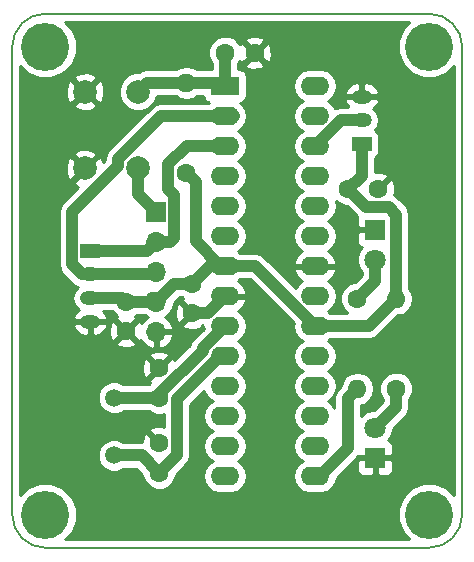
<source format=gbl>
G04 #@! TF.FileFunction,Copper,L2,Bot,Signal*
%FSLAX46Y46*%
G04 Gerber Fmt 4.6, Leading zero omitted, Abs format (unit mm)*
G04 Created by KiCad (PCBNEW 4.0.1-stable) date 2018/11/19 16:45:00*
%MOMM*%
G01*
G04 APERTURE LIST*
%ADD10C,0.100000*%
%ADD11C,0.150000*%
%ADD12C,4.064000*%
%ADD13C,1.600000*%
%ADD14R,1.800000X1.800000*%
%ADD15C,1.800000*%
%ADD16R,2.400000X1.600000*%
%ADD17O,2.400000X1.600000*%
%ADD18R,1.700000X1.200000*%
%ADD19O,1.700000X1.200000*%
%ADD20R,1.700000X1.700000*%
%ADD21O,1.700000X1.700000*%
%ADD22O,1.600000X1.600000*%
%ADD23C,2.000000*%
%ADD24C,1.500000*%
%ADD25C,1.000000*%
%ADD26C,0.254000*%
G04 APERTURE END LIST*
D10*
D11*
X138938000Y-151384000D02*
X138938000Y-111760000D01*
X174244000Y-154178000D02*
X141732000Y-154178000D01*
X177038000Y-111760000D02*
X177038000Y-151384000D01*
X141732000Y-108966000D02*
X174244000Y-108966000D01*
X174244000Y-154178000D02*
G75*
G03X177038000Y-151384000I0J2794000D01*
G01*
X138938000Y-151384000D02*
G75*
G03X141732000Y-154178000I2794000J0D01*
G01*
X177038000Y-111760000D02*
G75*
G03X174244000Y-108966000I-2794000J0D01*
G01*
X141732000Y-108966000D02*
G75*
G03X138938000Y-111760000I0J-2794000D01*
G01*
D12*
X141732000Y-151384000D03*
X174244000Y-151384000D03*
X174244000Y-111760000D03*
D13*
X167411400Y-123825000D03*
X169911400Y-123825000D03*
X151384000Y-141478000D03*
X151384000Y-138978000D03*
X151384000Y-147828000D03*
X151384000Y-145328000D03*
X148590000Y-133350000D03*
X148590000Y-135850000D03*
X154178000Y-131826000D03*
X154178000Y-134326000D03*
X156972000Y-112268000D03*
X159472000Y-112268000D03*
D14*
X169672000Y-127254000D03*
D15*
X169672000Y-129794000D03*
D14*
X169672000Y-146558000D03*
D15*
X169672000Y-144018000D03*
D16*
X156960524Y-115088000D03*
D17*
X164580524Y-148108000D03*
X156960524Y-117628000D03*
X164580524Y-145568000D03*
X156960524Y-120168000D03*
X164580524Y-143028000D03*
X156960524Y-122708000D03*
X164580524Y-140488000D03*
X156960524Y-125248000D03*
X164580524Y-137948000D03*
X156960524Y-127788000D03*
X164580524Y-135408000D03*
X156960524Y-130328000D03*
X164580524Y-132868000D03*
X156960524Y-132868000D03*
X164580524Y-130328000D03*
X156960524Y-135408000D03*
X164580524Y-127788000D03*
X156960524Y-137948000D03*
X164580524Y-125248000D03*
X156960524Y-140488000D03*
X164580524Y-122708000D03*
X156960524Y-143028000D03*
X164580524Y-120168000D03*
X156960524Y-145568000D03*
X164580524Y-117628000D03*
X156960524Y-148108000D03*
X164580524Y-115088000D03*
D18*
X145542000Y-129032000D03*
D19*
X145542000Y-131032000D03*
X145542000Y-133032000D03*
X145542000Y-135032000D03*
D20*
X151130000Y-125730000D03*
D21*
X151130000Y-128270000D03*
X151130000Y-130810000D03*
X151130000Y-133350000D03*
X151130000Y-135890000D03*
D18*
X168529000Y-119989600D03*
D19*
X168529000Y-117989600D03*
X168529000Y-115989600D03*
D13*
X168148000Y-133096000D03*
D22*
X168148000Y-140716000D03*
D13*
X153670000Y-122428000D03*
D22*
X153670000Y-114808000D03*
D13*
X171450000Y-140716000D03*
D22*
X171450000Y-133096000D03*
D23*
X145106000Y-115570000D03*
X149606000Y-115570000D03*
X145106000Y-122070000D03*
X149606000Y-122070000D03*
D24*
X147574000Y-141478000D03*
X147574000Y-146358000D03*
D12*
X141732000Y-111760000D03*
D25*
X171450000Y-133096000D02*
X171450000Y-125971998D01*
X171450000Y-125971998D02*
X170803003Y-125325001D01*
X170803003Y-125325001D02*
X168911401Y-125325001D01*
X168911401Y-125325001D02*
X168211399Y-124624999D01*
X168211399Y-124624999D02*
X167411400Y-123825000D01*
X171450000Y-133096000D02*
X169138000Y-135408000D01*
X169138000Y-135408000D02*
X164580524Y-135408000D01*
X164980524Y-135408000D02*
X164580524Y-135408000D01*
X168529000Y-119989600D02*
X168529000Y-122707400D01*
X168529000Y-122707400D02*
X167411400Y-123825000D01*
X145542000Y-133032000D02*
X145292000Y-133032000D01*
X154178000Y-131826000D02*
X152654000Y-131826000D01*
X152654000Y-131826000D02*
X151130000Y-133350000D01*
X156960524Y-130328000D02*
X155676000Y-130328000D01*
X155676000Y-130328000D02*
X154178000Y-131826000D01*
X148590000Y-133350000D02*
X151130000Y-133350000D01*
X145542000Y-133032000D02*
X148272000Y-133032000D01*
X148272000Y-133032000D02*
X148590000Y-133350000D01*
X154469999Y-128237475D02*
X156560524Y-130328000D01*
X156560524Y-130328000D02*
X156960524Y-130328000D01*
X156960524Y-130328000D02*
X157360524Y-130328000D01*
X164566000Y-135408000D02*
X164580524Y-135408000D01*
X156960524Y-130328000D02*
X159500524Y-130328000D01*
X159500524Y-130328000D02*
X164580524Y-135408000D01*
X150812000Y-133032000D02*
X151130000Y-133350000D01*
X156960524Y-130328000D02*
X156960524Y-130309334D01*
X164180524Y-135408000D02*
X164580524Y-135408000D01*
X168779000Y-119989600D02*
X168529000Y-119989600D01*
X154469999Y-123227999D02*
X154469999Y-128237475D01*
X153670000Y-122428000D02*
X154469999Y-123227999D01*
X154178000Y-134326000D02*
X155502524Y-134326000D01*
X155502524Y-134326000D02*
X156960524Y-132868000D01*
X147574000Y-141478000D02*
X151384000Y-141478000D01*
X151384000Y-141478000D02*
X151384000Y-141198002D01*
X151384000Y-141198002D02*
X155060514Y-137521488D01*
X155060514Y-137521488D02*
X155060514Y-137308010D01*
X155060514Y-137308010D02*
X156960524Y-135408000D01*
X156960524Y-135408000D02*
X156960524Y-135426666D01*
X156560524Y-135408000D02*
X156960524Y-135408000D01*
X147574000Y-146358000D02*
X149914000Y-146358000D01*
X149914000Y-146358000D02*
X151384000Y-147828000D01*
X151384000Y-147828000D02*
X152884001Y-146327999D01*
X152884001Y-146327999D02*
X152884001Y-141624523D01*
X152884001Y-141624523D02*
X156560524Y-137948000D01*
X156560524Y-137948000D02*
X156960524Y-137948000D01*
X156960524Y-137948000D02*
X156960524Y-137966666D01*
X156960524Y-137948000D02*
X157360524Y-137948000D01*
X156972000Y-112268000D02*
X156972000Y-115076524D01*
X156972000Y-115076524D02*
X156960524Y-115088000D01*
X156960524Y-115088000D02*
X156960524Y-114819476D01*
X156960524Y-115088000D02*
X156960524Y-115073476D01*
X156703476Y-112268000D02*
X156972000Y-112268000D01*
X149606000Y-122070000D02*
X149606000Y-124206000D01*
X149606000Y-124206000D02*
X151130000Y-125730000D01*
X150368000Y-114808000D02*
X149606000Y-115570000D01*
X156680524Y-114808000D02*
X156960524Y-115088000D01*
X156934524Y-115062000D02*
X156960524Y-115088000D01*
X153670000Y-114808000D02*
X150368000Y-114808000D01*
X153670000Y-114808000D02*
X156680524Y-114808000D01*
X169672000Y-129794000D02*
X169672000Y-131572000D01*
X169672000Y-131572000D02*
X168148000Y-133096000D01*
X145542000Y-131032000D02*
X144831998Y-131032000D01*
X143991999Y-130192001D02*
X143991999Y-125756001D01*
X144831998Y-131032000D02*
X143991999Y-130192001D01*
X143991999Y-125756001D02*
X147905999Y-121842001D01*
X151531998Y-117628000D02*
X154760524Y-117628000D01*
X147905999Y-121842001D02*
X147905999Y-121253999D01*
X147905999Y-121253999D02*
X151531998Y-117628000D01*
X154760524Y-117628000D02*
X156960524Y-117628000D01*
X156960524Y-117628000D02*
X156560524Y-117628000D01*
X145542000Y-131032000D02*
X150908000Y-131032000D01*
X150908000Y-131032000D02*
X151130000Y-130810000D01*
X156960524Y-117628000D02*
X156960524Y-117646666D01*
X156960524Y-117628000D02*
X157680526Y-117628000D01*
X156960524Y-120168000D02*
X153709998Y-120168000D01*
X153709998Y-120168000D02*
X152169999Y-121707999D01*
X152169999Y-121707999D02*
X152169999Y-123809997D01*
X152169999Y-123809997D02*
X152680001Y-124319999D01*
X152680001Y-124319999D02*
X152680001Y-127922080D01*
X152680001Y-127922080D02*
X152332081Y-128270000D01*
X152332081Y-128270000D02*
X151130000Y-128270000D01*
X157360524Y-120168000D02*
X156960524Y-120168000D01*
X156960524Y-120168000D02*
X156960524Y-120186666D01*
X156960524Y-120168000D02*
X156560524Y-120168000D01*
X145542000Y-129032000D02*
X150368000Y-129032000D01*
X150368000Y-129032000D02*
X151130000Y-128270000D01*
X145292000Y-129032000D02*
X145542000Y-129032000D01*
X168148000Y-140716000D02*
X167348001Y-141515999D01*
X167348001Y-141515999D02*
X167348001Y-145740523D01*
X167348001Y-145740523D02*
X164980524Y-148108000D01*
X164980524Y-148108000D02*
X164580524Y-148108000D01*
X171450000Y-140716000D02*
X171450000Y-142240000D01*
X171450000Y-142240000D02*
X169672000Y-144018000D01*
X168529000Y-117989600D02*
X166758924Y-117989600D01*
X166758924Y-117989600D02*
X164580524Y-120168000D01*
D26*
G36*
X171991124Y-110251831D02*
X171585462Y-111228772D01*
X171584539Y-112286587D01*
X171988495Y-113264235D01*
X172735831Y-114012876D01*
X173712772Y-114418538D01*
X174770587Y-114419461D01*
X175748235Y-114015505D01*
X176336000Y-113428765D01*
X176336000Y-149715974D01*
X175752169Y-149131124D01*
X174775228Y-148725462D01*
X173717413Y-148724539D01*
X172739765Y-149128495D01*
X171991124Y-149875831D01*
X171585462Y-150852772D01*
X171584539Y-151910587D01*
X171988495Y-152888235D01*
X172575235Y-153476000D01*
X143400026Y-153476000D01*
X143984876Y-152892169D01*
X144390538Y-151915228D01*
X144391461Y-150857413D01*
X143987505Y-149879765D01*
X143240169Y-149131124D01*
X142263228Y-148725462D01*
X141205413Y-148724539D01*
X140227765Y-149128495D01*
X139640000Y-149715235D01*
X139640000Y-138761223D01*
X149937035Y-138761223D01*
X149964222Y-139331454D01*
X150130136Y-139732005D01*
X150376255Y-139806139D01*
X151204395Y-138978000D01*
X150376255Y-138149861D01*
X150130136Y-138223995D01*
X149937035Y-138761223D01*
X139640000Y-138761223D01*
X139640000Y-137970255D01*
X150555861Y-137970255D01*
X151384000Y-138798395D01*
X152212139Y-137970255D01*
X152138005Y-137724136D01*
X151600777Y-137531035D01*
X151030546Y-137558222D01*
X150629995Y-137724136D01*
X150555861Y-137970255D01*
X139640000Y-137970255D01*
X139640000Y-136857745D01*
X147761861Y-136857745D01*
X147835995Y-137103864D01*
X148373223Y-137296965D01*
X148943454Y-137269778D01*
X149344005Y-137103864D01*
X149418139Y-136857745D01*
X148590000Y-136029605D01*
X147761861Y-136857745D01*
X139640000Y-136857745D01*
X139640000Y-135349609D01*
X144098538Y-135349609D01*
X144113714Y-135441376D01*
X144360067Y-135861125D01*
X144748299Y-136154647D01*
X145219304Y-136277256D01*
X145415000Y-136114547D01*
X145415000Y-135159000D01*
X145669000Y-135159000D01*
X145669000Y-136114547D01*
X145864696Y-136277256D01*
X146335701Y-136154647D01*
X146723933Y-135861125D01*
X146857689Y-135633223D01*
X147143035Y-135633223D01*
X147170222Y-136203454D01*
X147336136Y-136604005D01*
X147582255Y-136678139D01*
X148410395Y-135850000D01*
X147582255Y-135021861D01*
X147336136Y-135095995D01*
X147143035Y-135633223D01*
X146857689Y-135633223D01*
X146970286Y-135441376D01*
X146985462Y-135349609D01*
X146860731Y-135159000D01*
X145669000Y-135159000D01*
X145415000Y-135159000D01*
X144223269Y-135159000D01*
X144098538Y-135349609D01*
X139640000Y-135349609D01*
X139640000Y-125756001D01*
X142864999Y-125756001D01*
X142864999Y-130192001D01*
X142950787Y-130623285D01*
X143195090Y-130988910D01*
X144035089Y-131828909D01*
X144400714Y-132073212D01*
X144501795Y-132093318D01*
X144395444Y-132164380D01*
X144129464Y-132562447D01*
X144036064Y-133032000D01*
X144129464Y-133501553D01*
X144395444Y-133899620D01*
X144589590Y-134029344D01*
X144360067Y-134202875D01*
X144113714Y-134622624D01*
X144098538Y-134714391D01*
X144223269Y-134905000D01*
X145415000Y-134905000D01*
X145415000Y-134885000D01*
X145669000Y-134885000D01*
X145669000Y-134905000D01*
X146860731Y-134905000D01*
X146985462Y-134714391D01*
X146970286Y-134622624D01*
X146723933Y-134202875D01*
X146665901Y-134159000D01*
X147381265Y-134159000D01*
X147780614Y-134559047D01*
X147852986Y-134589098D01*
X147835995Y-134596136D01*
X147761861Y-134842255D01*
X148590000Y-135670395D01*
X149418139Y-134842255D01*
X149344005Y-134596136D01*
X149326315Y-134589777D01*
X149397275Y-134560457D01*
X149480878Y-134477000D01*
X150180291Y-134477000D01*
X150399939Y-134623764D01*
X150248642Y-134694817D01*
X149858355Y-135123076D01*
X149856718Y-135127028D01*
X149843864Y-135095995D01*
X149597745Y-135021861D01*
X148769605Y-135850000D01*
X149597745Y-136678139D01*
X149837260Y-136605994D01*
X149858355Y-136656924D01*
X150248642Y-137085183D01*
X150773108Y-137331486D01*
X151003000Y-137210819D01*
X151003000Y-136017000D01*
X151257000Y-136017000D01*
X151257000Y-137210819D01*
X151486892Y-137331486D01*
X152011358Y-137085183D01*
X152401645Y-136656924D01*
X152571476Y-136246890D01*
X152450155Y-136017000D01*
X151257000Y-136017000D01*
X151003000Y-136017000D01*
X150983000Y-136017000D01*
X150983000Y-135763000D01*
X151003000Y-135763000D01*
X151003000Y-135743000D01*
X151257000Y-135743000D01*
X151257000Y-135763000D01*
X152450155Y-135763000D01*
X152571476Y-135533110D01*
X152401645Y-135123076D01*
X152011358Y-134694817D01*
X151860061Y-134623764D01*
X152203333Y-134394397D01*
X152393879Y-134109223D01*
X152731035Y-134109223D01*
X152758222Y-134679454D01*
X152924136Y-135080005D01*
X153170255Y-135154139D01*
X153998395Y-134326000D01*
X153170255Y-133497861D01*
X152924136Y-133571995D01*
X152731035Y-134109223D01*
X152393879Y-134109223D01*
X152523506Y-133915223D01*
X152614114Y-133459704D01*
X153120819Y-132953000D01*
X153286710Y-132953000D01*
X153368614Y-133035047D01*
X153440986Y-133065098D01*
X153423995Y-133072136D01*
X153349861Y-133318255D01*
X154178000Y-134146395D01*
X154192142Y-134132252D01*
X154371748Y-134311858D01*
X154357605Y-134326000D01*
X154371748Y-134340142D01*
X154192142Y-134519748D01*
X154178000Y-134505605D01*
X153349861Y-135333745D01*
X153423995Y-135579864D01*
X153961223Y-135772965D01*
X154531454Y-135745778D01*
X154932005Y-135579864D01*
X155006139Y-135333747D01*
X155102036Y-135429644D01*
X155142357Y-135632349D01*
X154263605Y-136511101D01*
X154019302Y-136876726D01*
X153996419Y-136991765D01*
X152674864Y-138313320D01*
X152637864Y-138223995D01*
X152391745Y-138149861D01*
X151563605Y-138978000D01*
X151577748Y-138992142D01*
X151398142Y-139171748D01*
X151384000Y-139157605D01*
X150555861Y-139985745D01*
X150629995Y-140231864D01*
X150647685Y-140238223D01*
X150576725Y-140267543D01*
X150493122Y-140351000D01*
X148394640Y-140351000D01*
X148355026Y-140311317D01*
X147849104Y-140101240D01*
X147301299Y-140100762D01*
X146795011Y-140309956D01*
X146407317Y-140696974D01*
X146197240Y-141202896D01*
X146196762Y-141750701D01*
X146405956Y-142256989D01*
X146792974Y-142644683D01*
X147298896Y-142854760D01*
X147846701Y-142855238D01*
X148352989Y-142646044D01*
X148394105Y-142605000D01*
X150492710Y-142605000D01*
X150574614Y-142687047D01*
X151098907Y-142904752D01*
X151666603Y-142905248D01*
X151757001Y-142867896D01*
X151757001Y-143937188D01*
X151600777Y-143881035D01*
X151030546Y-143908222D01*
X150629995Y-144074136D01*
X150555861Y-144320255D01*
X151384000Y-145148395D01*
X151398143Y-145134253D01*
X151577748Y-145313858D01*
X151563605Y-145328000D01*
X151577748Y-145342143D01*
X151398143Y-145521748D01*
X151384000Y-145507605D01*
X151369858Y-145521748D01*
X151190252Y-145342142D01*
X151204395Y-145328000D01*
X150376255Y-144499861D01*
X150130136Y-144573995D01*
X149937035Y-145111223D01*
X149943021Y-145236773D01*
X149914000Y-145231000D01*
X148394640Y-145231000D01*
X148355026Y-145191317D01*
X147849104Y-144981240D01*
X147301299Y-144980762D01*
X146795011Y-145189956D01*
X146407317Y-145576974D01*
X146197240Y-146082896D01*
X146196762Y-146630701D01*
X146405956Y-147136989D01*
X146792974Y-147524683D01*
X147298896Y-147734760D01*
X147846701Y-147735238D01*
X148352989Y-147526044D01*
X148394105Y-147485000D01*
X149447182Y-147485000D01*
X149956853Y-147994671D01*
X149956752Y-148110603D01*
X150173543Y-148635275D01*
X150574614Y-149037047D01*
X151098907Y-149254752D01*
X151666603Y-149255248D01*
X152191275Y-149038457D01*
X152593047Y-148637386D01*
X152810752Y-148113093D01*
X152810855Y-147994963D01*
X153680911Y-147124908D01*
X153925213Y-146759283D01*
X154011001Y-146327999D01*
X154011001Y-142091341D01*
X155183442Y-140918900D01*
X155206355Y-141034089D01*
X155515690Y-141497041D01*
X155906242Y-141758000D01*
X155515690Y-142018959D01*
X155206355Y-142481911D01*
X155097731Y-143028000D01*
X155206355Y-143574089D01*
X155515690Y-144037041D01*
X155906242Y-144298000D01*
X155515690Y-144558959D01*
X155206355Y-145021911D01*
X155097731Y-145568000D01*
X155206355Y-146114089D01*
X155515690Y-146577041D01*
X155906242Y-146838000D01*
X155515690Y-147098959D01*
X155206355Y-147561911D01*
X155097731Y-148108000D01*
X155206355Y-148654089D01*
X155515690Y-149117041D01*
X155978642Y-149426376D01*
X156524731Y-149535000D01*
X157396317Y-149535000D01*
X157942406Y-149426376D01*
X158405358Y-149117041D01*
X158714693Y-148654089D01*
X158823317Y-148108000D01*
X158714693Y-147561911D01*
X158405358Y-147098959D01*
X158014806Y-146838000D01*
X158405358Y-146577041D01*
X158714693Y-146114089D01*
X158823317Y-145568000D01*
X158714693Y-145021911D01*
X158405358Y-144558959D01*
X158014806Y-144298000D01*
X158405358Y-144037041D01*
X158714693Y-143574089D01*
X158823317Y-143028000D01*
X158714693Y-142481911D01*
X158405358Y-142018959D01*
X158014806Y-141758000D01*
X158405358Y-141497041D01*
X158714693Y-141034089D01*
X158823317Y-140488000D01*
X158714693Y-139941911D01*
X158405358Y-139478959D01*
X158014806Y-139218000D01*
X158405358Y-138957041D01*
X158714693Y-138494089D01*
X158823317Y-137948000D01*
X158714693Y-137401911D01*
X158405358Y-136938959D01*
X158014806Y-136678000D01*
X158405358Y-136417041D01*
X158714693Y-135954089D01*
X158823317Y-135408000D01*
X158714693Y-134861911D01*
X158405358Y-134398959D01*
X158025980Y-134145466D01*
X158027007Y-134145166D01*
X158465024Y-133792896D01*
X158734891Y-133299819D01*
X158752428Y-133217039D01*
X158630439Y-132995000D01*
X157087524Y-132995000D01*
X157087524Y-133015000D01*
X156833524Y-133015000D01*
X156833524Y-132995000D01*
X156813524Y-132995000D01*
X156813524Y-132741000D01*
X156833524Y-132741000D01*
X156833524Y-132721000D01*
X157087524Y-132721000D01*
X157087524Y-132741000D01*
X158630439Y-132741000D01*
X158752428Y-132518961D01*
X158734891Y-132436181D01*
X158465024Y-131943104D01*
X158027007Y-131590834D01*
X158025980Y-131590534D01*
X158228820Y-131455000D01*
X159033706Y-131455000D01*
X162762357Y-135183651D01*
X162717731Y-135408000D01*
X162826355Y-135954089D01*
X163135690Y-136417041D01*
X163526242Y-136678000D01*
X163135690Y-136938959D01*
X162826355Y-137401911D01*
X162717731Y-137948000D01*
X162826355Y-138494089D01*
X163135690Y-138957041D01*
X163526242Y-139218000D01*
X163135690Y-139478959D01*
X162826355Y-139941911D01*
X162717731Y-140488000D01*
X162826355Y-141034089D01*
X163135690Y-141497041D01*
X163526242Y-141758000D01*
X163135690Y-142018959D01*
X162826355Y-142481911D01*
X162717731Y-143028000D01*
X162826355Y-143574089D01*
X163135690Y-144037041D01*
X163526242Y-144298000D01*
X163135690Y-144558959D01*
X162826355Y-145021911D01*
X162717731Y-145568000D01*
X162826355Y-146114089D01*
X163135690Y-146577041D01*
X163526242Y-146838000D01*
X163135690Y-147098959D01*
X162826355Y-147561911D01*
X162717731Y-148108000D01*
X162826355Y-148654089D01*
X163135690Y-149117041D01*
X163598642Y-149426376D01*
X164144731Y-149535000D01*
X165016317Y-149535000D01*
X165562406Y-149426376D01*
X166025358Y-149117041D01*
X166334693Y-148654089D01*
X166410783Y-148271559D01*
X167838592Y-146843750D01*
X168137000Y-146843750D01*
X168137000Y-147584309D01*
X168233673Y-147817698D01*
X168412301Y-147996327D01*
X168645690Y-148093000D01*
X169386250Y-148093000D01*
X169545000Y-147934250D01*
X169545000Y-146685000D01*
X169799000Y-146685000D01*
X169799000Y-147934250D01*
X169957750Y-148093000D01*
X170698310Y-148093000D01*
X170931699Y-147996327D01*
X171110327Y-147817698D01*
X171207000Y-147584309D01*
X171207000Y-146843750D01*
X171048250Y-146685000D01*
X169799000Y-146685000D01*
X169545000Y-146685000D01*
X168295750Y-146685000D01*
X168137000Y-146843750D01*
X167838592Y-146843750D01*
X168144910Y-146537432D01*
X168247959Y-146383209D01*
X168295750Y-146431000D01*
X169545000Y-146431000D01*
X169545000Y-146411000D01*
X169799000Y-146411000D01*
X169799000Y-146431000D01*
X171048250Y-146431000D01*
X171207000Y-146272250D01*
X171207000Y-145531691D01*
X171110327Y-145298302D01*
X170931699Y-145119673D01*
X170789004Y-145060567D01*
X170965773Y-144884106D01*
X171198735Y-144323072D01*
X171198943Y-144084876D01*
X172246910Y-143036909D01*
X172491212Y-142671284D01*
X172577000Y-142240000D01*
X172577000Y-141607290D01*
X172659047Y-141525386D01*
X172876752Y-141001093D01*
X172877248Y-140433397D01*
X172660457Y-139908725D01*
X172259386Y-139506953D01*
X171735093Y-139289248D01*
X171167397Y-139288752D01*
X170642725Y-139505543D01*
X170240953Y-139906614D01*
X170023248Y-140430907D01*
X170022752Y-140998603D01*
X170239543Y-141523275D01*
X170323000Y-141606878D01*
X170323000Y-141773181D01*
X169605241Y-142490941D01*
X169369593Y-142490735D01*
X168808154Y-142722717D01*
X168475001Y-143055289D01*
X168475001Y-142105912D01*
X168694089Y-142062333D01*
X169157041Y-141752998D01*
X169466376Y-141290046D01*
X169575000Y-140743957D01*
X169575000Y-140688043D01*
X169466376Y-140141954D01*
X169157041Y-139679002D01*
X168694089Y-139369667D01*
X168148000Y-139261043D01*
X167601911Y-139369667D01*
X167138959Y-139679002D01*
X166829624Y-140141954D01*
X166755480Y-140514702D01*
X166551092Y-140719090D01*
X166306789Y-141084715D01*
X166221001Y-141515999D01*
X166221001Y-142311759D01*
X166025358Y-142018959D01*
X165634806Y-141758000D01*
X166025358Y-141497041D01*
X166334693Y-141034089D01*
X166443317Y-140488000D01*
X166334693Y-139941911D01*
X166025358Y-139478959D01*
X165634806Y-139218000D01*
X166025358Y-138957041D01*
X166334693Y-138494089D01*
X166443317Y-137948000D01*
X166334693Y-137401911D01*
X166025358Y-136938959D01*
X165634806Y-136678000D01*
X165848820Y-136535000D01*
X169138000Y-136535000D01*
X169569284Y-136449212D01*
X169934909Y-136204909D01*
X171623342Y-134516477D01*
X171996089Y-134442333D01*
X172459041Y-134132998D01*
X172768376Y-133670046D01*
X172877000Y-133123957D01*
X172877000Y-133068043D01*
X172768376Y-132521954D01*
X172577000Y-132235540D01*
X172577000Y-125971998D01*
X172491212Y-125540714D01*
X172246909Y-125175089D01*
X171599912Y-124528092D01*
X171264194Y-124303772D01*
X171358365Y-124041777D01*
X171331178Y-123471546D01*
X171165264Y-123070995D01*
X170919145Y-122996861D01*
X170091005Y-123825000D01*
X170105148Y-123839143D01*
X169925543Y-124018748D01*
X169911400Y-124004605D01*
X169897258Y-124018748D01*
X169717653Y-123839143D01*
X169731795Y-123825000D01*
X169717652Y-123810858D01*
X169897258Y-123631252D01*
X169911400Y-123645395D01*
X170739539Y-122817255D01*
X170665405Y-122571136D01*
X170128177Y-122378035D01*
X169656000Y-122400547D01*
X169656000Y-121156433D01*
X169824753Y-121047843D01*
X169967917Y-120838317D01*
X170018283Y-120589600D01*
X170018283Y-119389600D01*
X169974563Y-119157248D01*
X169837243Y-118943847D01*
X169686497Y-118840846D01*
X169941536Y-118459153D01*
X170034936Y-117989600D01*
X169941536Y-117520047D01*
X169675556Y-117121980D01*
X169481410Y-116992256D01*
X169710933Y-116818725D01*
X169957286Y-116398976D01*
X169972462Y-116307209D01*
X169847731Y-116116600D01*
X168656000Y-116116600D01*
X168656000Y-116136600D01*
X168402000Y-116136600D01*
X168402000Y-116116600D01*
X167210269Y-116116600D01*
X167085538Y-116307209D01*
X167100714Y-116398976D01*
X167347067Y-116818725D01*
X167405099Y-116862600D01*
X166758924Y-116862600D01*
X166327640Y-116948388D01*
X166270836Y-116986343D01*
X166025358Y-116618959D01*
X165634806Y-116358000D01*
X166025358Y-116097041D01*
X166309367Y-115671991D01*
X167085538Y-115671991D01*
X167210269Y-115862600D01*
X168402000Y-115862600D01*
X168402000Y-114907053D01*
X168656000Y-114907053D01*
X168656000Y-115862600D01*
X169847731Y-115862600D01*
X169972462Y-115671991D01*
X169957286Y-115580224D01*
X169710933Y-115160475D01*
X169322701Y-114866953D01*
X168851696Y-114744344D01*
X168656000Y-114907053D01*
X168402000Y-114907053D01*
X168206304Y-114744344D01*
X167735299Y-114866953D01*
X167347067Y-115160475D01*
X167100714Y-115580224D01*
X167085538Y-115671991D01*
X166309367Y-115671991D01*
X166334693Y-115634089D01*
X166443317Y-115088000D01*
X166334693Y-114541911D01*
X166025358Y-114078959D01*
X165562406Y-113769624D01*
X165016317Y-113661000D01*
X164144731Y-113661000D01*
X163598642Y-113769624D01*
X163135690Y-114078959D01*
X162826355Y-114541911D01*
X162717731Y-115088000D01*
X162826355Y-115634089D01*
X163135690Y-116097041D01*
X163526242Y-116358000D01*
X163135690Y-116618959D01*
X162826355Y-117081911D01*
X162717731Y-117628000D01*
X162826355Y-118174089D01*
X163135690Y-118637041D01*
X163526242Y-118898000D01*
X163135690Y-119158959D01*
X162826355Y-119621911D01*
X162717731Y-120168000D01*
X162826355Y-120714089D01*
X163135690Y-121177041D01*
X163526242Y-121438000D01*
X163135690Y-121698959D01*
X162826355Y-122161911D01*
X162717731Y-122708000D01*
X162826355Y-123254089D01*
X163135690Y-123717041D01*
X163526242Y-123978000D01*
X163135690Y-124238959D01*
X162826355Y-124701911D01*
X162717731Y-125248000D01*
X162826355Y-125794089D01*
X163135690Y-126257041D01*
X163526242Y-126518000D01*
X163135690Y-126778959D01*
X162826355Y-127241911D01*
X162717731Y-127788000D01*
X162826355Y-128334089D01*
X163135690Y-128797041D01*
X163515068Y-129050534D01*
X163514041Y-129050834D01*
X163076024Y-129403104D01*
X162806157Y-129896181D01*
X162788620Y-129978961D01*
X162910609Y-130201000D01*
X164453524Y-130201000D01*
X164453524Y-130181000D01*
X164707524Y-130181000D01*
X164707524Y-130201000D01*
X166250439Y-130201000D01*
X166372428Y-129978961D01*
X166354891Y-129896181D01*
X166085024Y-129403104D01*
X165647007Y-129050834D01*
X165645980Y-129050534D01*
X166025358Y-128797041D01*
X166334693Y-128334089D01*
X166443317Y-127788000D01*
X166334693Y-127241911D01*
X166025358Y-126778959D01*
X165634806Y-126518000D01*
X166025358Y-126257041D01*
X166334693Y-125794089D01*
X166443317Y-125248000D01*
X166350678Y-124782271D01*
X166602014Y-125034047D01*
X167126307Y-125251752D01*
X167244436Y-125251855D01*
X167414489Y-125421908D01*
X167414492Y-125421910D01*
X168114491Y-126121910D01*
X168166439Y-126156620D01*
X168137000Y-126227691D01*
X168137000Y-126968250D01*
X168295750Y-127127000D01*
X169545000Y-127127000D01*
X169545000Y-127107000D01*
X169799000Y-127107000D01*
X169799000Y-127127000D01*
X169819000Y-127127000D01*
X169819000Y-127381000D01*
X169799000Y-127381000D01*
X169799000Y-127401000D01*
X169545000Y-127401000D01*
X169545000Y-127381000D01*
X168295750Y-127381000D01*
X168137000Y-127539750D01*
X168137000Y-128280309D01*
X168233673Y-128513698D01*
X168412301Y-128692327D01*
X168554996Y-128751433D01*
X168378227Y-128927894D01*
X168145265Y-129488928D01*
X168144735Y-130096407D01*
X168376717Y-130657846D01*
X168545000Y-130826423D01*
X168545000Y-131105181D01*
X167981328Y-131668853D01*
X167865397Y-131668752D01*
X167340725Y-131885543D01*
X166938953Y-132286614D01*
X166721248Y-132810907D01*
X166720752Y-133378603D01*
X166937543Y-133903275D01*
X167314609Y-134281000D01*
X165848820Y-134281000D01*
X165634806Y-134138000D01*
X166025358Y-133877041D01*
X166334693Y-133414089D01*
X166443317Y-132868000D01*
X166334693Y-132321911D01*
X166025358Y-131858959D01*
X165645980Y-131605466D01*
X165647007Y-131605166D01*
X166085024Y-131252896D01*
X166354891Y-130759819D01*
X166372428Y-130677039D01*
X166250439Y-130455000D01*
X164707524Y-130455000D01*
X164707524Y-130475000D01*
X164453524Y-130475000D01*
X164453524Y-130455000D01*
X162910609Y-130455000D01*
X162788620Y-130677039D01*
X162806157Y-130759819D01*
X163076024Y-131252896D01*
X163514041Y-131605166D01*
X163515068Y-131605466D01*
X163135690Y-131858959D01*
X162931257Y-132164915D01*
X160297433Y-129531091D01*
X159931808Y-129286788D01*
X159500524Y-129201000D01*
X158228820Y-129201000D01*
X158014806Y-129058000D01*
X158405358Y-128797041D01*
X158714693Y-128334089D01*
X158823317Y-127788000D01*
X158714693Y-127241911D01*
X158405358Y-126778959D01*
X158014806Y-126518000D01*
X158405358Y-126257041D01*
X158714693Y-125794089D01*
X158823317Y-125248000D01*
X158714693Y-124701911D01*
X158405358Y-124238959D01*
X158014806Y-123978000D01*
X158405358Y-123717041D01*
X158714693Y-123254089D01*
X158823317Y-122708000D01*
X158714693Y-122161911D01*
X158405358Y-121698959D01*
X158014806Y-121438000D01*
X158405358Y-121177041D01*
X158714693Y-120714089D01*
X158823317Y-120168000D01*
X158714693Y-119621911D01*
X158405358Y-119158959D01*
X158014806Y-118898000D01*
X158405358Y-118637041D01*
X158714693Y-118174089D01*
X158823317Y-117628000D01*
X158714693Y-117081911D01*
X158405358Y-116618959D01*
X158244506Y-116511481D01*
X158392876Y-116483563D01*
X158606277Y-116346243D01*
X158749441Y-116136717D01*
X158799807Y-115888000D01*
X158799807Y-114288000D01*
X158756087Y-114055648D01*
X158618767Y-113842247D01*
X158409241Y-113699083D01*
X158160524Y-113648717D01*
X158099000Y-113648717D01*
X158099000Y-113275745D01*
X158643861Y-113275745D01*
X158717995Y-113521864D01*
X159255223Y-113714965D01*
X159825454Y-113687778D01*
X160226005Y-113521864D01*
X160300139Y-113275745D01*
X159472000Y-112447605D01*
X158643861Y-113275745D01*
X158099000Y-113275745D01*
X158099000Y-113159290D01*
X158181047Y-113077386D01*
X158211098Y-113005014D01*
X158218136Y-113022005D01*
X158464255Y-113096139D01*
X159292395Y-112268000D01*
X159651605Y-112268000D01*
X160479745Y-113096139D01*
X160725864Y-113022005D01*
X160918965Y-112484777D01*
X160891778Y-111914546D01*
X160725864Y-111513995D01*
X160479745Y-111439861D01*
X159651605Y-112268000D01*
X159292395Y-112268000D01*
X158464255Y-111439861D01*
X158218136Y-111513995D01*
X158211777Y-111531685D01*
X158182457Y-111460725D01*
X157982337Y-111260255D01*
X158643861Y-111260255D01*
X159472000Y-112088395D01*
X160300139Y-111260255D01*
X160226005Y-111014136D01*
X159688777Y-110821035D01*
X159118546Y-110848222D01*
X158717995Y-111014136D01*
X158643861Y-111260255D01*
X157982337Y-111260255D01*
X157781386Y-111058953D01*
X157257093Y-110841248D01*
X156689397Y-110840752D01*
X156164725Y-111057543D01*
X155762953Y-111458614D01*
X155545248Y-111982907D01*
X155544752Y-112550603D01*
X155761543Y-113075275D01*
X155845000Y-113158878D01*
X155845000Y-113648717D01*
X155760524Y-113648717D01*
X155588954Y-113681000D01*
X154544344Y-113681000D01*
X154216089Y-113461667D01*
X153670000Y-113353043D01*
X153123911Y-113461667D01*
X152795656Y-113681000D01*
X150368000Y-113681000D01*
X149936716Y-113766788D01*
X149672909Y-113943058D01*
X149283789Y-113942718D01*
X148685582Y-114189892D01*
X148227501Y-114647175D01*
X147979283Y-115244950D01*
X147978718Y-115892211D01*
X148225892Y-116490418D01*
X148683175Y-116948499D01*
X149280950Y-117196717D01*
X149928211Y-117197282D01*
X150526418Y-116950108D01*
X150984499Y-116492825D01*
X151216128Y-115935000D01*
X152795656Y-115935000D01*
X153123911Y-116154333D01*
X153670000Y-116262957D01*
X154216089Y-116154333D01*
X154544344Y-115935000D01*
X155130085Y-115935000D01*
X155164961Y-116120352D01*
X155302281Y-116333753D01*
X155511807Y-116476917D01*
X155630733Y-116501000D01*
X151531998Y-116501000D01*
X151100714Y-116586788D01*
X150735089Y-116831091D01*
X147109090Y-120457090D01*
X146864787Y-120822715D01*
X146778999Y-121253999D01*
X146778999Y-121375183D01*
X146652227Y-121501955D01*
X146525387Y-121195736D01*
X146258532Y-121097073D01*
X145285605Y-122070000D01*
X145299748Y-122084143D01*
X145120143Y-122263748D01*
X145106000Y-122249605D01*
X144133073Y-123222532D01*
X144231736Y-123489387D01*
X144547489Y-123606693D01*
X143195090Y-124959092D01*
X142950787Y-125324717D01*
X142864999Y-125756001D01*
X139640000Y-125756001D01*
X139640000Y-121805461D01*
X143460092Y-121805461D01*
X143484144Y-122455460D01*
X143686613Y-122944264D01*
X143953468Y-123042927D01*
X144926395Y-122070000D01*
X143953468Y-121097073D01*
X143686613Y-121195736D01*
X143460092Y-121805461D01*
X139640000Y-121805461D01*
X139640000Y-120917468D01*
X144133073Y-120917468D01*
X145106000Y-121890395D01*
X146078927Y-120917468D01*
X145980264Y-120650613D01*
X145370539Y-120424092D01*
X144720540Y-120448144D01*
X144231736Y-120650613D01*
X144133073Y-120917468D01*
X139640000Y-120917468D01*
X139640000Y-116722532D01*
X144133073Y-116722532D01*
X144231736Y-116989387D01*
X144841461Y-117215908D01*
X145491460Y-117191856D01*
X145980264Y-116989387D01*
X146078927Y-116722532D01*
X145106000Y-115749605D01*
X144133073Y-116722532D01*
X139640000Y-116722532D01*
X139640000Y-115305461D01*
X143460092Y-115305461D01*
X143484144Y-115955460D01*
X143686613Y-116444264D01*
X143953468Y-116542927D01*
X144926395Y-115570000D01*
X145285605Y-115570000D01*
X146258532Y-116542927D01*
X146525387Y-116444264D01*
X146751908Y-115834539D01*
X146727856Y-115184540D01*
X146525387Y-114695736D01*
X146258532Y-114597073D01*
X145285605Y-115570000D01*
X144926395Y-115570000D01*
X143953468Y-114597073D01*
X143686613Y-114695736D01*
X143460092Y-115305461D01*
X139640000Y-115305461D01*
X139640000Y-113428026D01*
X140223831Y-114012876D01*
X141200772Y-114418538D01*
X142258587Y-114419461D01*
X142263410Y-114417468D01*
X144133073Y-114417468D01*
X145106000Y-115390395D01*
X146078927Y-114417468D01*
X145980264Y-114150613D01*
X145370539Y-113924092D01*
X144720540Y-113948144D01*
X144231736Y-114150613D01*
X144133073Y-114417468D01*
X142263410Y-114417468D01*
X143236235Y-114015505D01*
X143984876Y-113268169D01*
X144390538Y-112291228D01*
X144391461Y-111233413D01*
X143987505Y-110255765D01*
X143400765Y-109668000D01*
X172575974Y-109668000D01*
X171991124Y-110251831D01*
X171991124Y-110251831D01*
G37*
X171991124Y-110251831D02*
X171585462Y-111228772D01*
X171584539Y-112286587D01*
X171988495Y-113264235D01*
X172735831Y-114012876D01*
X173712772Y-114418538D01*
X174770587Y-114419461D01*
X175748235Y-114015505D01*
X176336000Y-113428765D01*
X176336000Y-149715974D01*
X175752169Y-149131124D01*
X174775228Y-148725462D01*
X173717413Y-148724539D01*
X172739765Y-149128495D01*
X171991124Y-149875831D01*
X171585462Y-150852772D01*
X171584539Y-151910587D01*
X171988495Y-152888235D01*
X172575235Y-153476000D01*
X143400026Y-153476000D01*
X143984876Y-152892169D01*
X144390538Y-151915228D01*
X144391461Y-150857413D01*
X143987505Y-149879765D01*
X143240169Y-149131124D01*
X142263228Y-148725462D01*
X141205413Y-148724539D01*
X140227765Y-149128495D01*
X139640000Y-149715235D01*
X139640000Y-138761223D01*
X149937035Y-138761223D01*
X149964222Y-139331454D01*
X150130136Y-139732005D01*
X150376255Y-139806139D01*
X151204395Y-138978000D01*
X150376255Y-138149861D01*
X150130136Y-138223995D01*
X149937035Y-138761223D01*
X139640000Y-138761223D01*
X139640000Y-137970255D01*
X150555861Y-137970255D01*
X151384000Y-138798395D01*
X152212139Y-137970255D01*
X152138005Y-137724136D01*
X151600777Y-137531035D01*
X151030546Y-137558222D01*
X150629995Y-137724136D01*
X150555861Y-137970255D01*
X139640000Y-137970255D01*
X139640000Y-136857745D01*
X147761861Y-136857745D01*
X147835995Y-137103864D01*
X148373223Y-137296965D01*
X148943454Y-137269778D01*
X149344005Y-137103864D01*
X149418139Y-136857745D01*
X148590000Y-136029605D01*
X147761861Y-136857745D01*
X139640000Y-136857745D01*
X139640000Y-135349609D01*
X144098538Y-135349609D01*
X144113714Y-135441376D01*
X144360067Y-135861125D01*
X144748299Y-136154647D01*
X145219304Y-136277256D01*
X145415000Y-136114547D01*
X145415000Y-135159000D01*
X145669000Y-135159000D01*
X145669000Y-136114547D01*
X145864696Y-136277256D01*
X146335701Y-136154647D01*
X146723933Y-135861125D01*
X146857689Y-135633223D01*
X147143035Y-135633223D01*
X147170222Y-136203454D01*
X147336136Y-136604005D01*
X147582255Y-136678139D01*
X148410395Y-135850000D01*
X147582255Y-135021861D01*
X147336136Y-135095995D01*
X147143035Y-135633223D01*
X146857689Y-135633223D01*
X146970286Y-135441376D01*
X146985462Y-135349609D01*
X146860731Y-135159000D01*
X145669000Y-135159000D01*
X145415000Y-135159000D01*
X144223269Y-135159000D01*
X144098538Y-135349609D01*
X139640000Y-135349609D01*
X139640000Y-125756001D01*
X142864999Y-125756001D01*
X142864999Y-130192001D01*
X142950787Y-130623285D01*
X143195090Y-130988910D01*
X144035089Y-131828909D01*
X144400714Y-132073212D01*
X144501795Y-132093318D01*
X144395444Y-132164380D01*
X144129464Y-132562447D01*
X144036064Y-133032000D01*
X144129464Y-133501553D01*
X144395444Y-133899620D01*
X144589590Y-134029344D01*
X144360067Y-134202875D01*
X144113714Y-134622624D01*
X144098538Y-134714391D01*
X144223269Y-134905000D01*
X145415000Y-134905000D01*
X145415000Y-134885000D01*
X145669000Y-134885000D01*
X145669000Y-134905000D01*
X146860731Y-134905000D01*
X146985462Y-134714391D01*
X146970286Y-134622624D01*
X146723933Y-134202875D01*
X146665901Y-134159000D01*
X147381265Y-134159000D01*
X147780614Y-134559047D01*
X147852986Y-134589098D01*
X147835995Y-134596136D01*
X147761861Y-134842255D01*
X148590000Y-135670395D01*
X149418139Y-134842255D01*
X149344005Y-134596136D01*
X149326315Y-134589777D01*
X149397275Y-134560457D01*
X149480878Y-134477000D01*
X150180291Y-134477000D01*
X150399939Y-134623764D01*
X150248642Y-134694817D01*
X149858355Y-135123076D01*
X149856718Y-135127028D01*
X149843864Y-135095995D01*
X149597745Y-135021861D01*
X148769605Y-135850000D01*
X149597745Y-136678139D01*
X149837260Y-136605994D01*
X149858355Y-136656924D01*
X150248642Y-137085183D01*
X150773108Y-137331486D01*
X151003000Y-137210819D01*
X151003000Y-136017000D01*
X151257000Y-136017000D01*
X151257000Y-137210819D01*
X151486892Y-137331486D01*
X152011358Y-137085183D01*
X152401645Y-136656924D01*
X152571476Y-136246890D01*
X152450155Y-136017000D01*
X151257000Y-136017000D01*
X151003000Y-136017000D01*
X150983000Y-136017000D01*
X150983000Y-135763000D01*
X151003000Y-135763000D01*
X151003000Y-135743000D01*
X151257000Y-135743000D01*
X151257000Y-135763000D01*
X152450155Y-135763000D01*
X152571476Y-135533110D01*
X152401645Y-135123076D01*
X152011358Y-134694817D01*
X151860061Y-134623764D01*
X152203333Y-134394397D01*
X152393879Y-134109223D01*
X152731035Y-134109223D01*
X152758222Y-134679454D01*
X152924136Y-135080005D01*
X153170255Y-135154139D01*
X153998395Y-134326000D01*
X153170255Y-133497861D01*
X152924136Y-133571995D01*
X152731035Y-134109223D01*
X152393879Y-134109223D01*
X152523506Y-133915223D01*
X152614114Y-133459704D01*
X153120819Y-132953000D01*
X153286710Y-132953000D01*
X153368614Y-133035047D01*
X153440986Y-133065098D01*
X153423995Y-133072136D01*
X153349861Y-133318255D01*
X154178000Y-134146395D01*
X154192142Y-134132252D01*
X154371748Y-134311858D01*
X154357605Y-134326000D01*
X154371748Y-134340142D01*
X154192142Y-134519748D01*
X154178000Y-134505605D01*
X153349861Y-135333745D01*
X153423995Y-135579864D01*
X153961223Y-135772965D01*
X154531454Y-135745778D01*
X154932005Y-135579864D01*
X155006139Y-135333747D01*
X155102036Y-135429644D01*
X155142357Y-135632349D01*
X154263605Y-136511101D01*
X154019302Y-136876726D01*
X153996419Y-136991765D01*
X152674864Y-138313320D01*
X152637864Y-138223995D01*
X152391745Y-138149861D01*
X151563605Y-138978000D01*
X151577748Y-138992142D01*
X151398142Y-139171748D01*
X151384000Y-139157605D01*
X150555861Y-139985745D01*
X150629995Y-140231864D01*
X150647685Y-140238223D01*
X150576725Y-140267543D01*
X150493122Y-140351000D01*
X148394640Y-140351000D01*
X148355026Y-140311317D01*
X147849104Y-140101240D01*
X147301299Y-140100762D01*
X146795011Y-140309956D01*
X146407317Y-140696974D01*
X146197240Y-141202896D01*
X146196762Y-141750701D01*
X146405956Y-142256989D01*
X146792974Y-142644683D01*
X147298896Y-142854760D01*
X147846701Y-142855238D01*
X148352989Y-142646044D01*
X148394105Y-142605000D01*
X150492710Y-142605000D01*
X150574614Y-142687047D01*
X151098907Y-142904752D01*
X151666603Y-142905248D01*
X151757001Y-142867896D01*
X151757001Y-143937188D01*
X151600777Y-143881035D01*
X151030546Y-143908222D01*
X150629995Y-144074136D01*
X150555861Y-144320255D01*
X151384000Y-145148395D01*
X151398143Y-145134253D01*
X151577748Y-145313858D01*
X151563605Y-145328000D01*
X151577748Y-145342143D01*
X151398143Y-145521748D01*
X151384000Y-145507605D01*
X151369858Y-145521748D01*
X151190252Y-145342142D01*
X151204395Y-145328000D01*
X150376255Y-144499861D01*
X150130136Y-144573995D01*
X149937035Y-145111223D01*
X149943021Y-145236773D01*
X149914000Y-145231000D01*
X148394640Y-145231000D01*
X148355026Y-145191317D01*
X147849104Y-144981240D01*
X147301299Y-144980762D01*
X146795011Y-145189956D01*
X146407317Y-145576974D01*
X146197240Y-146082896D01*
X146196762Y-146630701D01*
X146405956Y-147136989D01*
X146792974Y-147524683D01*
X147298896Y-147734760D01*
X147846701Y-147735238D01*
X148352989Y-147526044D01*
X148394105Y-147485000D01*
X149447182Y-147485000D01*
X149956853Y-147994671D01*
X149956752Y-148110603D01*
X150173543Y-148635275D01*
X150574614Y-149037047D01*
X151098907Y-149254752D01*
X151666603Y-149255248D01*
X152191275Y-149038457D01*
X152593047Y-148637386D01*
X152810752Y-148113093D01*
X152810855Y-147994963D01*
X153680911Y-147124908D01*
X153925213Y-146759283D01*
X154011001Y-146327999D01*
X154011001Y-142091341D01*
X155183442Y-140918900D01*
X155206355Y-141034089D01*
X155515690Y-141497041D01*
X155906242Y-141758000D01*
X155515690Y-142018959D01*
X155206355Y-142481911D01*
X155097731Y-143028000D01*
X155206355Y-143574089D01*
X155515690Y-144037041D01*
X155906242Y-144298000D01*
X155515690Y-144558959D01*
X155206355Y-145021911D01*
X155097731Y-145568000D01*
X155206355Y-146114089D01*
X155515690Y-146577041D01*
X155906242Y-146838000D01*
X155515690Y-147098959D01*
X155206355Y-147561911D01*
X155097731Y-148108000D01*
X155206355Y-148654089D01*
X155515690Y-149117041D01*
X155978642Y-149426376D01*
X156524731Y-149535000D01*
X157396317Y-149535000D01*
X157942406Y-149426376D01*
X158405358Y-149117041D01*
X158714693Y-148654089D01*
X158823317Y-148108000D01*
X158714693Y-147561911D01*
X158405358Y-147098959D01*
X158014806Y-146838000D01*
X158405358Y-146577041D01*
X158714693Y-146114089D01*
X158823317Y-145568000D01*
X158714693Y-145021911D01*
X158405358Y-144558959D01*
X158014806Y-144298000D01*
X158405358Y-144037041D01*
X158714693Y-143574089D01*
X158823317Y-143028000D01*
X158714693Y-142481911D01*
X158405358Y-142018959D01*
X158014806Y-141758000D01*
X158405358Y-141497041D01*
X158714693Y-141034089D01*
X158823317Y-140488000D01*
X158714693Y-139941911D01*
X158405358Y-139478959D01*
X158014806Y-139218000D01*
X158405358Y-138957041D01*
X158714693Y-138494089D01*
X158823317Y-137948000D01*
X158714693Y-137401911D01*
X158405358Y-136938959D01*
X158014806Y-136678000D01*
X158405358Y-136417041D01*
X158714693Y-135954089D01*
X158823317Y-135408000D01*
X158714693Y-134861911D01*
X158405358Y-134398959D01*
X158025980Y-134145466D01*
X158027007Y-134145166D01*
X158465024Y-133792896D01*
X158734891Y-133299819D01*
X158752428Y-133217039D01*
X158630439Y-132995000D01*
X157087524Y-132995000D01*
X157087524Y-133015000D01*
X156833524Y-133015000D01*
X156833524Y-132995000D01*
X156813524Y-132995000D01*
X156813524Y-132741000D01*
X156833524Y-132741000D01*
X156833524Y-132721000D01*
X157087524Y-132721000D01*
X157087524Y-132741000D01*
X158630439Y-132741000D01*
X158752428Y-132518961D01*
X158734891Y-132436181D01*
X158465024Y-131943104D01*
X158027007Y-131590834D01*
X158025980Y-131590534D01*
X158228820Y-131455000D01*
X159033706Y-131455000D01*
X162762357Y-135183651D01*
X162717731Y-135408000D01*
X162826355Y-135954089D01*
X163135690Y-136417041D01*
X163526242Y-136678000D01*
X163135690Y-136938959D01*
X162826355Y-137401911D01*
X162717731Y-137948000D01*
X162826355Y-138494089D01*
X163135690Y-138957041D01*
X163526242Y-139218000D01*
X163135690Y-139478959D01*
X162826355Y-139941911D01*
X162717731Y-140488000D01*
X162826355Y-141034089D01*
X163135690Y-141497041D01*
X163526242Y-141758000D01*
X163135690Y-142018959D01*
X162826355Y-142481911D01*
X162717731Y-143028000D01*
X162826355Y-143574089D01*
X163135690Y-144037041D01*
X163526242Y-144298000D01*
X163135690Y-144558959D01*
X162826355Y-145021911D01*
X162717731Y-145568000D01*
X162826355Y-146114089D01*
X163135690Y-146577041D01*
X163526242Y-146838000D01*
X163135690Y-147098959D01*
X162826355Y-147561911D01*
X162717731Y-148108000D01*
X162826355Y-148654089D01*
X163135690Y-149117041D01*
X163598642Y-149426376D01*
X164144731Y-149535000D01*
X165016317Y-149535000D01*
X165562406Y-149426376D01*
X166025358Y-149117041D01*
X166334693Y-148654089D01*
X166410783Y-148271559D01*
X167838592Y-146843750D01*
X168137000Y-146843750D01*
X168137000Y-147584309D01*
X168233673Y-147817698D01*
X168412301Y-147996327D01*
X168645690Y-148093000D01*
X169386250Y-148093000D01*
X169545000Y-147934250D01*
X169545000Y-146685000D01*
X169799000Y-146685000D01*
X169799000Y-147934250D01*
X169957750Y-148093000D01*
X170698310Y-148093000D01*
X170931699Y-147996327D01*
X171110327Y-147817698D01*
X171207000Y-147584309D01*
X171207000Y-146843750D01*
X171048250Y-146685000D01*
X169799000Y-146685000D01*
X169545000Y-146685000D01*
X168295750Y-146685000D01*
X168137000Y-146843750D01*
X167838592Y-146843750D01*
X168144910Y-146537432D01*
X168247959Y-146383209D01*
X168295750Y-146431000D01*
X169545000Y-146431000D01*
X169545000Y-146411000D01*
X169799000Y-146411000D01*
X169799000Y-146431000D01*
X171048250Y-146431000D01*
X171207000Y-146272250D01*
X171207000Y-145531691D01*
X171110327Y-145298302D01*
X170931699Y-145119673D01*
X170789004Y-145060567D01*
X170965773Y-144884106D01*
X171198735Y-144323072D01*
X171198943Y-144084876D01*
X172246910Y-143036909D01*
X172491212Y-142671284D01*
X172577000Y-142240000D01*
X172577000Y-141607290D01*
X172659047Y-141525386D01*
X172876752Y-141001093D01*
X172877248Y-140433397D01*
X172660457Y-139908725D01*
X172259386Y-139506953D01*
X171735093Y-139289248D01*
X171167397Y-139288752D01*
X170642725Y-139505543D01*
X170240953Y-139906614D01*
X170023248Y-140430907D01*
X170022752Y-140998603D01*
X170239543Y-141523275D01*
X170323000Y-141606878D01*
X170323000Y-141773181D01*
X169605241Y-142490941D01*
X169369593Y-142490735D01*
X168808154Y-142722717D01*
X168475001Y-143055289D01*
X168475001Y-142105912D01*
X168694089Y-142062333D01*
X169157041Y-141752998D01*
X169466376Y-141290046D01*
X169575000Y-140743957D01*
X169575000Y-140688043D01*
X169466376Y-140141954D01*
X169157041Y-139679002D01*
X168694089Y-139369667D01*
X168148000Y-139261043D01*
X167601911Y-139369667D01*
X167138959Y-139679002D01*
X166829624Y-140141954D01*
X166755480Y-140514702D01*
X166551092Y-140719090D01*
X166306789Y-141084715D01*
X166221001Y-141515999D01*
X166221001Y-142311759D01*
X166025358Y-142018959D01*
X165634806Y-141758000D01*
X166025358Y-141497041D01*
X166334693Y-141034089D01*
X166443317Y-140488000D01*
X166334693Y-139941911D01*
X166025358Y-139478959D01*
X165634806Y-139218000D01*
X166025358Y-138957041D01*
X166334693Y-138494089D01*
X166443317Y-137948000D01*
X166334693Y-137401911D01*
X166025358Y-136938959D01*
X165634806Y-136678000D01*
X165848820Y-136535000D01*
X169138000Y-136535000D01*
X169569284Y-136449212D01*
X169934909Y-136204909D01*
X171623342Y-134516477D01*
X171996089Y-134442333D01*
X172459041Y-134132998D01*
X172768376Y-133670046D01*
X172877000Y-133123957D01*
X172877000Y-133068043D01*
X172768376Y-132521954D01*
X172577000Y-132235540D01*
X172577000Y-125971998D01*
X172491212Y-125540714D01*
X172246909Y-125175089D01*
X171599912Y-124528092D01*
X171264194Y-124303772D01*
X171358365Y-124041777D01*
X171331178Y-123471546D01*
X171165264Y-123070995D01*
X170919145Y-122996861D01*
X170091005Y-123825000D01*
X170105148Y-123839143D01*
X169925543Y-124018748D01*
X169911400Y-124004605D01*
X169897258Y-124018748D01*
X169717653Y-123839143D01*
X169731795Y-123825000D01*
X169717652Y-123810858D01*
X169897258Y-123631252D01*
X169911400Y-123645395D01*
X170739539Y-122817255D01*
X170665405Y-122571136D01*
X170128177Y-122378035D01*
X169656000Y-122400547D01*
X169656000Y-121156433D01*
X169824753Y-121047843D01*
X169967917Y-120838317D01*
X170018283Y-120589600D01*
X170018283Y-119389600D01*
X169974563Y-119157248D01*
X169837243Y-118943847D01*
X169686497Y-118840846D01*
X169941536Y-118459153D01*
X170034936Y-117989600D01*
X169941536Y-117520047D01*
X169675556Y-117121980D01*
X169481410Y-116992256D01*
X169710933Y-116818725D01*
X169957286Y-116398976D01*
X169972462Y-116307209D01*
X169847731Y-116116600D01*
X168656000Y-116116600D01*
X168656000Y-116136600D01*
X168402000Y-116136600D01*
X168402000Y-116116600D01*
X167210269Y-116116600D01*
X167085538Y-116307209D01*
X167100714Y-116398976D01*
X167347067Y-116818725D01*
X167405099Y-116862600D01*
X166758924Y-116862600D01*
X166327640Y-116948388D01*
X166270836Y-116986343D01*
X166025358Y-116618959D01*
X165634806Y-116358000D01*
X166025358Y-116097041D01*
X166309367Y-115671991D01*
X167085538Y-115671991D01*
X167210269Y-115862600D01*
X168402000Y-115862600D01*
X168402000Y-114907053D01*
X168656000Y-114907053D01*
X168656000Y-115862600D01*
X169847731Y-115862600D01*
X169972462Y-115671991D01*
X169957286Y-115580224D01*
X169710933Y-115160475D01*
X169322701Y-114866953D01*
X168851696Y-114744344D01*
X168656000Y-114907053D01*
X168402000Y-114907053D01*
X168206304Y-114744344D01*
X167735299Y-114866953D01*
X167347067Y-115160475D01*
X167100714Y-115580224D01*
X167085538Y-115671991D01*
X166309367Y-115671991D01*
X166334693Y-115634089D01*
X166443317Y-115088000D01*
X166334693Y-114541911D01*
X166025358Y-114078959D01*
X165562406Y-113769624D01*
X165016317Y-113661000D01*
X164144731Y-113661000D01*
X163598642Y-113769624D01*
X163135690Y-114078959D01*
X162826355Y-114541911D01*
X162717731Y-115088000D01*
X162826355Y-115634089D01*
X163135690Y-116097041D01*
X163526242Y-116358000D01*
X163135690Y-116618959D01*
X162826355Y-117081911D01*
X162717731Y-117628000D01*
X162826355Y-118174089D01*
X163135690Y-118637041D01*
X163526242Y-118898000D01*
X163135690Y-119158959D01*
X162826355Y-119621911D01*
X162717731Y-120168000D01*
X162826355Y-120714089D01*
X163135690Y-121177041D01*
X163526242Y-121438000D01*
X163135690Y-121698959D01*
X162826355Y-122161911D01*
X162717731Y-122708000D01*
X162826355Y-123254089D01*
X163135690Y-123717041D01*
X163526242Y-123978000D01*
X163135690Y-124238959D01*
X162826355Y-124701911D01*
X162717731Y-125248000D01*
X162826355Y-125794089D01*
X163135690Y-126257041D01*
X163526242Y-126518000D01*
X163135690Y-126778959D01*
X162826355Y-127241911D01*
X162717731Y-127788000D01*
X162826355Y-128334089D01*
X163135690Y-128797041D01*
X163515068Y-129050534D01*
X163514041Y-129050834D01*
X163076024Y-129403104D01*
X162806157Y-129896181D01*
X162788620Y-129978961D01*
X162910609Y-130201000D01*
X164453524Y-130201000D01*
X164453524Y-130181000D01*
X164707524Y-130181000D01*
X164707524Y-130201000D01*
X166250439Y-130201000D01*
X166372428Y-129978961D01*
X166354891Y-129896181D01*
X166085024Y-129403104D01*
X165647007Y-129050834D01*
X165645980Y-129050534D01*
X166025358Y-128797041D01*
X166334693Y-128334089D01*
X166443317Y-127788000D01*
X166334693Y-127241911D01*
X166025358Y-126778959D01*
X165634806Y-126518000D01*
X166025358Y-126257041D01*
X166334693Y-125794089D01*
X166443317Y-125248000D01*
X166350678Y-124782271D01*
X166602014Y-125034047D01*
X167126307Y-125251752D01*
X167244436Y-125251855D01*
X167414489Y-125421908D01*
X167414492Y-125421910D01*
X168114491Y-126121910D01*
X168166439Y-126156620D01*
X168137000Y-126227691D01*
X168137000Y-126968250D01*
X168295750Y-127127000D01*
X169545000Y-127127000D01*
X169545000Y-127107000D01*
X169799000Y-127107000D01*
X169799000Y-127127000D01*
X169819000Y-127127000D01*
X169819000Y-127381000D01*
X169799000Y-127381000D01*
X169799000Y-127401000D01*
X169545000Y-127401000D01*
X169545000Y-127381000D01*
X168295750Y-127381000D01*
X168137000Y-127539750D01*
X168137000Y-128280309D01*
X168233673Y-128513698D01*
X168412301Y-128692327D01*
X168554996Y-128751433D01*
X168378227Y-128927894D01*
X168145265Y-129488928D01*
X168144735Y-130096407D01*
X168376717Y-130657846D01*
X168545000Y-130826423D01*
X168545000Y-131105181D01*
X167981328Y-131668853D01*
X167865397Y-131668752D01*
X167340725Y-131885543D01*
X166938953Y-132286614D01*
X166721248Y-132810907D01*
X166720752Y-133378603D01*
X166937543Y-133903275D01*
X167314609Y-134281000D01*
X165848820Y-134281000D01*
X165634806Y-134138000D01*
X166025358Y-133877041D01*
X166334693Y-133414089D01*
X166443317Y-132868000D01*
X166334693Y-132321911D01*
X166025358Y-131858959D01*
X165645980Y-131605466D01*
X165647007Y-131605166D01*
X166085024Y-131252896D01*
X166354891Y-130759819D01*
X166372428Y-130677039D01*
X166250439Y-130455000D01*
X164707524Y-130455000D01*
X164707524Y-130475000D01*
X164453524Y-130475000D01*
X164453524Y-130455000D01*
X162910609Y-130455000D01*
X162788620Y-130677039D01*
X162806157Y-130759819D01*
X163076024Y-131252896D01*
X163514041Y-131605166D01*
X163515068Y-131605466D01*
X163135690Y-131858959D01*
X162931257Y-132164915D01*
X160297433Y-129531091D01*
X159931808Y-129286788D01*
X159500524Y-129201000D01*
X158228820Y-129201000D01*
X158014806Y-129058000D01*
X158405358Y-128797041D01*
X158714693Y-128334089D01*
X158823317Y-127788000D01*
X158714693Y-127241911D01*
X158405358Y-126778959D01*
X158014806Y-126518000D01*
X158405358Y-126257041D01*
X158714693Y-125794089D01*
X158823317Y-125248000D01*
X158714693Y-124701911D01*
X158405358Y-124238959D01*
X158014806Y-123978000D01*
X158405358Y-123717041D01*
X158714693Y-123254089D01*
X158823317Y-122708000D01*
X158714693Y-122161911D01*
X158405358Y-121698959D01*
X158014806Y-121438000D01*
X158405358Y-121177041D01*
X158714693Y-120714089D01*
X158823317Y-120168000D01*
X158714693Y-119621911D01*
X158405358Y-119158959D01*
X158014806Y-118898000D01*
X158405358Y-118637041D01*
X158714693Y-118174089D01*
X158823317Y-117628000D01*
X158714693Y-117081911D01*
X158405358Y-116618959D01*
X158244506Y-116511481D01*
X158392876Y-116483563D01*
X158606277Y-116346243D01*
X158749441Y-116136717D01*
X158799807Y-115888000D01*
X158799807Y-114288000D01*
X158756087Y-114055648D01*
X158618767Y-113842247D01*
X158409241Y-113699083D01*
X158160524Y-113648717D01*
X158099000Y-113648717D01*
X158099000Y-113275745D01*
X158643861Y-113275745D01*
X158717995Y-113521864D01*
X159255223Y-113714965D01*
X159825454Y-113687778D01*
X160226005Y-113521864D01*
X160300139Y-113275745D01*
X159472000Y-112447605D01*
X158643861Y-113275745D01*
X158099000Y-113275745D01*
X158099000Y-113159290D01*
X158181047Y-113077386D01*
X158211098Y-113005014D01*
X158218136Y-113022005D01*
X158464255Y-113096139D01*
X159292395Y-112268000D01*
X159651605Y-112268000D01*
X160479745Y-113096139D01*
X160725864Y-113022005D01*
X160918965Y-112484777D01*
X160891778Y-111914546D01*
X160725864Y-111513995D01*
X160479745Y-111439861D01*
X159651605Y-112268000D01*
X159292395Y-112268000D01*
X158464255Y-111439861D01*
X158218136Y-111513995D01*
X158211777Y-111531685D01*
X158182457Y-111460725D01*
X157982337Y-111260255D01*
X158643861Y-111260255D01*
X159472000Y-112088395D01*
X160300139Y-111260255D01*
X160226005Y-111014136D01*
X159688777Y-110821035D01*
X159118546Y-110848222D01*
X158717995Y-111014136D01*
X158643861Y-111260255D01*
X157982337Y-111260255D01*
X157781386Y-111058953D01*
X157257093Y-110841248D01*
X156689397Y-110840752D01*
X156164725Y-111057543D01*
X155762953Y-111458614D01*
X155545248Y-111982907D01*
X155544752Y-112550603D01*
X155761543Y-113075275D01*
X155845000Y-113158878D01*
X155845000Y-113648717D01*
X155760524Y-113648717D01*
X155588954Y-113681000D01*
X154544344Y-113681000D01*
X154216089Y-113461667D01*
X153670000Y-113353043D01*
X153123911Y-113461667D01*
X152795656Y-113681000D01*
X150368000Y-113681000D01*
X149936716Y-113766788D01*
X149672909Y-113943058D01*
X149283789Y-113942718D01*
X148685582Y-114189892D01*
X148227501Y-114647175D01*
X147979283Y-115244950D01*
X147978718Y-115892211D01*
X148225892Y-116490418D01*
X148683175Y-116948499D01*
X149280950Y-117196717D01*
X149928211Y-117197282D01*
X150526418Y-116950108D01*
X150984499Y-116492825D01*
X151216128Y-115935000D01*
X152795656Y-115935000D01*
X153123911Y-116154333D01*
X153670000Y-116262957D01*
X154216089Y-116154333D01*
X154544344Y-115935000D01*
X155130085Y-115935000D01*
X155164961Y-116120352D01*
X155302281Y-116333753D01*
X155511807Y-116476917D01*
X155630733Y-116501000D01*
X151531998Y-116501000D01*
X151100714Y-116586788D01*
X150735089Y-116831091D01*
X147109090Y-120457090D01*
X146864787Y-120822715D01*
X146778999Y-121253999D01*
X146778999Y-121375183D01*
X146652227Y-121501955D01*
X146525387Y-121195736D01*
X146258532Y-121097073D01*
X145285605Y-122070000D01*
X145299748Y-122084143D01*
X145120143Y-122263748D01*
X145106000Y-122249605D01*
X144133073Y-123222532D01*
X144231736Y-123489387D01*
X144547489Y-123606693D01*
X143195090Y-124959092D01*
X142950787Y-125324717D01*
X142864999Y-125756001D01*
X139640000Y-125756001D01*
X139640000Y-121805461D01*
X143460092Y-121805461D01*
X143484144Y-122455460D01*
X143686613Y-122944264D01*
X143953468Y-123042927D01*
X144926395Y-122070000D01*
X143953468Y-121097073D01*
X143686613Y-121195736D01*
X143460092Y-121805461D01*
X139640000Y-121805461D01*
X139640000Y-120917468D01*
X144133073Y-120917468D01*
X145106000Y-121890395D01*
X146078927Y-120917468D01*
X145980264Y-120650613D01*
X145370539Y-120424092D01*
X144720540Y-120448144D01*
X144231736Y-120650613D01*
X144133073Y-120917468D01*
X139640000Y-120917468D01*
X139640000Y-116722532D01*
X144133073Y-116722532D01*
X144231736Y-116989387D01*
X144841461Y-117215908D01*
X145491460Y-117191856D01*
X145980264Y-116989387D01*
X146078927Y-116722532D01*
X145106000Y-115749605D01*
X144133073Y-116722532D01*
X139640000Y-116722532D01*
X139640000Y-115305461D01*
X143460092Y-115305461D01*
X143484144Y-115955460D01*
X143686613Y-116444264D01*
X143953468Y-116542927D01*
X144926395Y-115570000D01*
X145285605Y-115570000D01*
X146258532Y-116542927D01*
X146525387Y-116444264D01*
X146751908Y-115834539D01*
X146727856Y-115184540D01*
X146525387Y-114695736D01*
X146258532Y-114597073D01*
X145285605Y-115570000D01*
X144926395Y-115570000D01*
X143953468Y-114597073D01*
X143686613Y-114695736D01*
X143460092Y-115305461D01*
X139640000Y-115305461D01*
X139640000Y-113428026D01*
X140223831Y-114012876D01*
X141200772Y-114418538D01*
X142258587Y-114419461D01*
X142263410Y-114417468D01*
X144133073Y-114417468D01*
X145106000Y-115390395D01*
X146078927Y-114417468D01*
X145980264Y-114150613D01*
X145370539Y-113924092D01*
X144720540Y-113948144D01*
X144231736Y-114150613D01*
X144133073Y-114417468D01*
X142263410Y-114417468D01*
X143236235Y-114015505D01*
X143984876Y-113268169D01*
X144390538Y-112291228D01*
X144391461Y-111233413D01*
X143987505Y-110255765D01*
X143400765Y-109668000D01*
X172575974Y-109668000D01*
X171991124Y-110251831D01*
M02*

</source>
